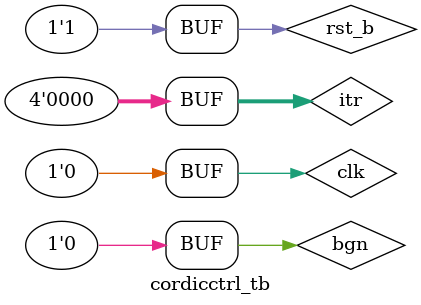
<source format=v>
module cordicctrl(
    input clk, rst_b, bgn,
    input[3:0] itr,
    output ld, init, fin
);
    localparam WAIT = 0;
    localparam EXEC = 1;
    localparam END = 2;

    reg[2:0] st;
    wire[2:0] st_nxt;

    assign st_nxt[WAIT] =   ( st[WAIT] && ~bgn ) ||
                            ( st[END] );
    
    assign st_nxt[EXEC] =   ( st[WAIT] && bgn ) ||
                            ( st[EXEC] && itr != 15 );
    
    assign st_nxt[END] =   ( st[EXEC] && itr == 15 );

    assign ld = ( st[WAIT] && st_nxt[EXEC] ) ||
                ( st[EXEC] && st_nxt[EXEC] ) ||
                ( st[EXEC] && st_nxt[END] );

    assign init = ( st[WAIT] && st_nxt[EXEC] );

    assign fin = ( st[END] && st_nxt[WAIT] );

    always @ (posedge clk, negedge rst_b) begin
        if ( rst_b ) begin
            st <= 0;
            st[WAIT] <= 1;
        end else begin
            st <= st_nxt;
        end
    end
endmodule

module cordicctrl_tb;
    reg clk, rst_b, bgn;
    reg[3:0] itr;
    wire ld, init, fin;

    cordicctrl inst(.clk(clk), .rst_b(rst_b), .bgn(bgn), .itr(itr), .ld(ld), .init(init), .fin(fin) );

    initial begin
        $display("time\tclk\trst_b\tbgn\titr\tld\tinit\tfin");
        $monitor("%4t\t%b\t%b\t%b\t%d\t%b\t%b\t%b", $time, clk, rst_b, bgn, itr, ld, init, fin);
    end

    // CLOCK
    localparam CLK_PERIOD = 100;
    localparam RUNNING_CYCLES = 17;
    initial begin
        clk = 0;
        repeat (2*RUNNING_CYCLES) #(CLK_PERIOD/2) clk = ~clk;
    end

    // RESET
    localparam RST_DURATION = 25;
    initial begin
        rst_b = 0;
        #RST_DURATION rst_b = 1;
    end

    // OTHER
    initial begin
        bgn = 1;
        #(CLK_PERIOD) bgn = 0;
    end
    
    initial begin
        itr = 0;
        repeat (16)
          #(CLK_PERIOD) itr = itr + 1;
    end

endmodule
</source>
